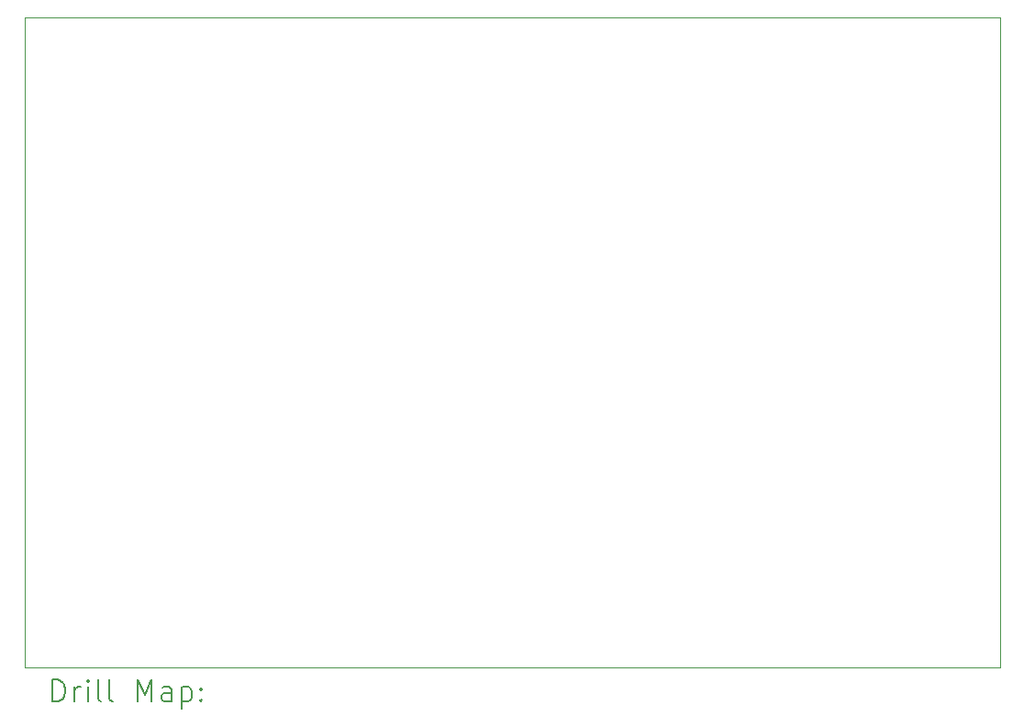
<source format=gbr>
%TF.GenerationSoftware,KiCad,Pcbnew,8.0.6*%
%TF.CreationDate,2025-01-20T10:33:41+07:00*%
%TF.ProjectId,test_1,74657374-5f31-42e6-9b69-6361645f7063,rev?*%
%TF.SameCoordinates,Original*%
%TF.FileFunction,Drillmap*%
%TF.FilePolarity,Positive*%
%FSLAX45Y45*%
G04 Gerber Fmt 4.5, Leading zero omitted, Abs format (unit mm)*
G04 Created by KiCad (PCBNEW 8.0.6) date 2025-01-20 10:33:41*
%MOMM*%
%LPD*%
G01*
G04 APERTURE LIST*
%ADD10C,0.038100*%
%ADD11C,0.200000*%
G04 APERTURE END LIST*
D10*
X7000000Y-8000000D02*
X7000000Y-14000000D01*
X7000000Y-14000000D02*
X16000000Y-14000000D01*
X16000000Y-14000000D02*
X16000000Y-8000000D01*
X16000000Y-8000000D02*
X7000000Y-8000000D01*
D11*
X7258872Y-14313389D02*
X7258872Y-14113389D01*
X7258872Y-14113389D02*
X7306491Y-14113389D01*
X7306491Y-14113389D02*
X7335062Y-14122913D01*
X7335062Y-14122913D02*
X7354110Y-14141960D01*
X7354110Y-14141960D02*
X7363634Y-14161008D01*
X7363634Y-14161008D02*
X7373157Y-14199103D01*
X7373157Y-14199103D02*
X7373157Y-14227674D01*
X7373157Y-14227674D02*
X7363634Y-14265770D01*
X7363634Y-14265770D02*
X7354110Y-14284817D01*
X7354110Y-14284817D02*
X7335062Y-14303865D01*
X7335062Y-14303865D02*
X7306491Y-14313389D01*
X7306491Y-14313389D02*
X7258872Y-14313389D01*
X7458872Y-14313389D02*
X7458872Y-14180055D01*
X7458872Y-14218151D02*
X7468396Y-14199103D01*
X7468396Y-14199103D02*
X7477919Y-14189579D01*
X7477919Y-14189579D02*
X7496967Y-14180055D01*
X7496967Y-14180055D02*
X7516015Y-14180055D01*
X7582681Y-14313389D02*
X7582681Y-14180055D01*
X7582681Y-14113389D02*
X7573157Y-14122913D01*
X7573157Y-14122913D02*
X7582681Y-14132436D01*
X7582681Y-14132436D02*
X7592205Y-14122913D01*
X7592205Y-14122913D02*
X7582681Y-14113389D01*
X7582681Y-14113389D02*
X7582681Y-14132436D01*
X7706491Y-14313389D02*
X7687443Y-14303865D01*
X7687443Y-14303865D02*
X7677919Y-14284817D01*
X7677919Y-14284817D02*
X7677919Y-14113389D01*
X7811253Y-14313389D02*
X7792205Y-14303865D01*
X7792205Y-14303865D02*
X7782681Y-14284817D01*
X7782681Y-14284817D02*
X7782681Y-14113389D01*
X8039824Y-14313389D02*
X8039824Y-14113389D01*
X8039824Y-14113389D02*
X8106491Y-14256246D01*
X8106491Y-14256246D02*
X8173157Y-14113389D01*
X8173157Y-14113389D02*
X8173157Y-14313389D01*
X8354110Y-14313389D02*
X8354110Y-14208627D01*
X8354110Y-14208627D02*
X8344586Y-14189579D01*
X8344586Y-14189579D02*
X8325538Y-14180055D01*
X8325538Y-14180055D02*
X8287443Y-14180055D01*
X8287443Y-14180055D02*
X8268396Y-14189579D01*
X8354110Y-14303865D02*
X8335062Y-14313389D01*
X8335062Y-14313389D02*
X8287443Y-14313389D01*
X8287443Y-14313389D02*
X8268396Y-14303865D01*
X8268396Y-14303865D02*
X8258872Y-14284817D01*
X8258872Y-14284817D02*
X8258872Y-14265770D01*
X8258872Y-14265770D02*
X8268396Y-14246722D01*
X8268396Y-14246722D02*
X8287443Y-14237198D01*
X8287443Y-14237198D02*
X8335062Y-14237198D01*
X8335062Y-14237198D02*
X8354110Y-14227674D01*
X8449348Y-14180055D02*
X8449348Y-14380055D01*
X8449348Y-14189579D02*
X8468396Y-14180055D01*
X8468396Y-14180055D02*
X8506491Y-14180055D01*
X8506491Y-14180055D02*
X8525539Y-14189579D01*
X8525539Y-14189579D02*
X8535062Y-14199103D01*
X8535062Y-14199103D02*
X8544586Y-14218151D01*
X8544586Y-14218151D02*
X8544586Y-14275293D01*
X8544586Y-14275293D02*
X8535062Y-14294341D01*
X8535062Y-14294341D02*
X8525539Y-14303865D01*
X8525539Y-14303865D02*
X8506491Y-14313389D01*
X8506491Y-14313389D02*
X8468396Y-14313389D01*
X8468396Y-14313389D02*
X8449348Y-14303865D01*
X8630300Y-14294341D02*
X8639824Y-14303865D01*
X8639824Y-14303865D02*
X8630300Y-14313389D01*
X8630300Y-14313389D02*
X8620777Y-14303865D01*
X8620777Y-14303865D02*
X8630300Y-14294341D01*
X8630300Y-14294341D02*
X8630300Y-14313389D01*
X8630300Y-14189579D02*
X8639824Y-14199103D01*
X8639824Y-14199103D02*
X8630300Y-14208627D01*
X8630300Y-14208627D02*
X8620777Y-14199103D01*
X8620777Y-14199103D02*
X8630300Y-14189579D01*
X8630300Y-14189579D02*
X8630300Y-14208627D01*
M02*

</source>
